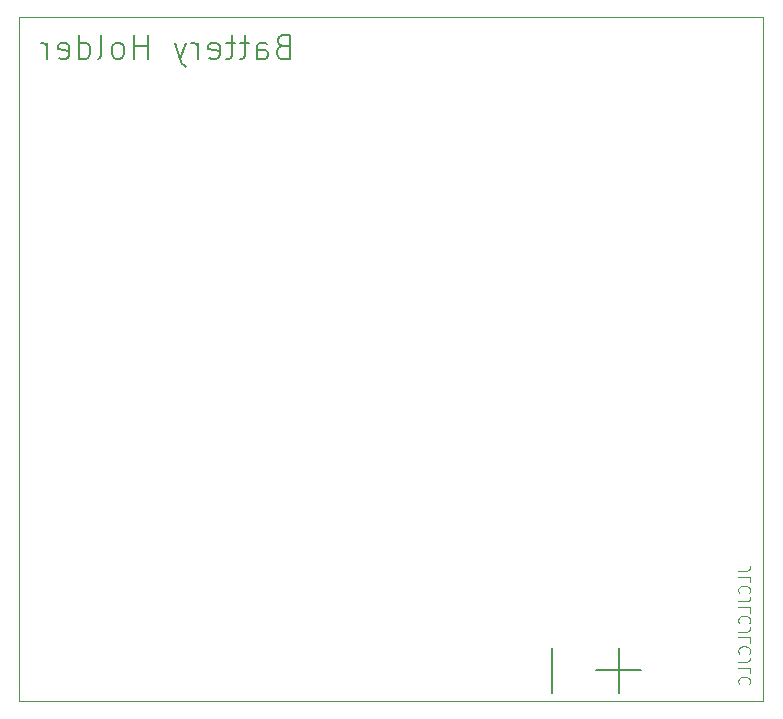
<source format=gbr>
G04 #@! TF.GenerationSoftware,KiCad,Pcbnew,(5.1.4-0-10_14)*
G04 #@! TF.CreationDate,2019-11-18T23:58:44+01:00*
G04 #@! TF.ProjectId,liberation,6c696265-7261-4746-996f-6e2e6b696361,rev?*
G04 #@! TF.SameCoordinates,Original*
G04 #@! TF.FileFunction,Legend,Bot*
G04 #@! TF.FilePolarity,Positive*
%FSLAX46Y46*%
G04 Gerber Fmt 4.6, Leading zero omitted, Abs format (unit mm)*
G04 Created by KiCad (PCBNEW (5.1.4-0-10_14)) date 2019-11-18 23:58:44*
%MOMM*%
%LPD*%
G04 APERTURE LIST*
%ADD10C,0.150000*%
%ADD11C,0.125000*%
%ADD12C,0.120000*%
G04 APERTURE END LIST*
D10*
X117076904Y-93837142D02*
X116791190Y-93932380D01*
X116695952Y-94027619D01*
X116600714Y-94218095D01*
X116600714Y-94503809D01*
X116695952Y-94694285D01*
X116791190Y-94789523D01*
X116981666Y-94884761D01*
X117743571Y-94884761D01*
X117743571Y-92884761D01*
X117076904Y-92884761D01*
X116886428Y-92980000D01*
X116791190Y-93075238D01*
X116695952Y-93265714D01*
X116695952Y-93456190D01*
X116791190Y-93646666D01*
X116886428Y-93741904D01*
X117076904Y-93837142D01*
X117743571Y-93837142D01*
X114886428Y-94884761D02*
X114886428Y-93837142D01*
X114981666Y-93646666D01*
X115172142Y-93551428D01*
X115553095Y-93551428D01*
X115743571Y-93646666D01*
X114886428Y-94789523D02*
X115076904Y-94884761D01*
X115553095Y-94884761D01*
X115743571Y-94789523D01*
X115838809Y-94599047D01*
X115838809Y-94408571D01*
X115743571Y-94218095D01*
X115553095Y-94122857D01*
X115076904Y-94122857D01*
X114886428Y-94027619D01*
X114219761Y-93551428D02*
X113457857Y-93551428D01*
X113934047Y-92884761D02*
X113934047Y-94599047D01*
X113838809Y-94789523D01*
X113648333Y-94884761D01*
X113457857Y-94884761D01*
X113076904Y-93551428D02*
X112315000Y-93551428D01*
X112791190Y-92884761D02*
X112791190Y-94599047D01*
X112695952Y-94789523D01*
X112505476Y-94884761D01*
X112315000Y-94884761D01*
X110886428Y-94789523D02*
X111076904Y-94884761D01*
X111457857Y-94884761D01*
X111648333Y-94789523D01*
X111743571Y-94599047D01*
X111743571Y-93837142D01*
X111648333Y-93646666D01*
X111457857Y-93551428D01*
X111076904Y-93551428D01*
X110886428Y-93646666D01*
X110791190Y-93837142D01*
X110791190Y-94027619D01*
X111743571Y-94218095D01*
X109934047Y-94884761D02*
X109934047Y-93551428D01*
X109934047Y-93932380D02*
X109838809Y-93741904D01*
X109743571Y-93646666D01*
X109553095Y-93551428D01*
X109362619Y-93551428D01*
X108886428Y-93551428D02*
X108410238Y-94884761D01*
X107934047Y-93551428D02*
X108410238Y-94884761D01*
X108600714Y-95360952D01*
X108695952Y-95456190D01*
X108886428Y-95551428D01*
X105648333Y-94884761D02*
X105648333Y-92884761D01*
X105648333Y-93837142D02*
X104505476Y-93837142D01*
X104505476Y-94884761D02*
X104505476Y-92884761D01*
X103267380Y-94884761D02*
X103457857Y-94789523D01*
X103553095Y-94694285D01*
X103648333Y-94503809D01*
X103648333Y-93932380D01*
X103553095Y-93741904D01*
X103457857Y-93646666D01*
X103267380Y-93551428D01*
X102981666Y-93551428D01*
X102791190Y-93646666D01*
X102695952Y-93741904D01*
X102600714Y-93932380D01*
X102600714Y-94503809D01*
X102695952Y-94694285D01*
X102791190Y-94789523D01*
X102981666Y-94884761D01*
X103267380Y-94884761D01*
X101457857Y-94884761D02*
X101648333Y-94789523D01*
X101743571Y-94599047D01*
X101743571Y-92884761D01*
X99838809Y-94884761D02*
X99838809Y-92884761D01*
X99838809Y-94789523D02*
X100029285Y-94884761D01*
X100410238Y-94884761D01*
X100600714Y-94789523D01*
X100695952Y-94694285D01*
X100791190Y-94503809D01*
X100791190Y-93932380D01*
X100695952Y-93741904D01*
X100600714Y-93646666D01*
X100410238Y-93551428D01*
X100029285Y-93551428D01*
X99838809Y-93646666D01*
X98124523Y-94789523D02*
X98315000Y-94884761D01*
X98695952Y-94884761D01*
X98886428Y-94789523D01*
X98981666Y-94599047D01*
X98981666Y-93837142D01*
X98886428Y-93646666D01*
X98695952Y-93551428D01*
X98315000Y-93551428D01*
X98124523Y-93646666D01*
X98029285Y-93837142D01*
X98029285Y-94027619D01*
X98981666Y-94218095D01*
X97172142Y-94884761D02*
X97172142Y-93551428D01*
X97172142Y-93932380D02*
X97076904Y-93741904D01*
X96981666Y-93646666D01*
X96791190Y-93551428D01*
X96600714Y-93551428D01*
D11*
X155662380Y-138255952D02*
X156376666Y-138255952D01*
X156519523Y-138208333D01*
X156614761Y-138113095D01*
X156662380Y-137970238D01*
X156662380Y-137875000D01*
X156662380Y-139208333D02*
X156662380Y-138732142D01*
X155662380Y-138732142D01*
X156567142Y-140113095D02*
X156614761Y-140065476D01*
X156662380Y-139922619D01*
X156662380Y-139827380D01*
X156614761Y-139684523D01*
X156519523Y-139589285D01*
X156424285Y-139541666D01*
X156233809Y-139494047D01*
X156090952Y-139494047D01*
X155900476Y-139541666D01*
X155805238Y-139589285D01*
X155710000Y-139684523D01*
X155662380Y-139827380D01*
X155662380Y-139922619D01*
X155710000Y-140065476D01*
X155757619Y-140113095D01*
X155662380Y-140827380D02*
X156376666Y-140827380D01*
X156519523Y-140779761D01*
X156614761Y-140684523D01*
X156662380Y-140541666D01*
X156662380Y-140446428D01*
X156662380Y-141779761D02*
X156662380Y-141303571D01*
X155662380Y-141303571D01*
X156567142Y-142684523D02*
X156614761Y-142636904D01*
X156662380Y-142494047D01*
X156662380Y-142398809D01*
X156614761Y-142255952D01*
X156519523Y-142160714D01*
X156424285Y-142113095D01*
X156233809Y-142065476D01*
X156090952Y-142065476D01*
X155900476Y-142113095D01*
X155805238Y-142160714D01*
X155710000Y-142255952D01*
X155662380Y-142398809D01*
X155662380Y-142494047D01*
X155710000Y-142636904D01*
X155757619Y-142684523D01*
X155662380Y-143398809D02*
X156376666Y-143398809D01*
X156519523Y-143351190D01*
X156614761Y-143255952D01*
X156662380Y-143113095D01*
X156662380Y-143017857D01*
X156662380Y-144351190D02*
X156662380Y-143875000D01*
X155662380Y-143875000D01*
X156567142Y-145255952D02*
X156614761Y-145208333D01*
X156662380Y-145065476D01*
X156662380Y-144970238D01*
X156614761Y-144827380D01*
X156519523Y-144732142D01*
X156424285Y-144684523D01*
X156233809Y-144636904D01*
X156090952Y-144636904D01*
X155900476Y-144684523D01*
X155805238Y-144732142D01*
X155710000Y-144827380D01*
X155662380Y-144970238D01*
X155662380Y-145065476D01*
X155710000Y-145208333D01*
X155757619Y-145255952D01*
X155662380Y-145970238D02*
X156376666Y-145970238D01*
X156519523Y-145922619D01*
X156614761Y-145827380D01*
X156662380Y-145684523D01*
X156662380Y-145589285D01*
X156662380Y-146922619D02*
X156662380Y-146446428D01*
X155662380Y-146446428D01*
X156567142Y-147827380D02*
X156614761Y-147779761D01*
X156662380Y-147636904D01*
X156662380Y-147541666D01*
X156614761Y-147398809D01*
X156519523Y-147303571D01*
X156424285Y-147255952D01*
X156233809Y-147208333D01*
X156090952Y-147208333D01*
X155900476Y-147255952D01*
X155805238Y-147303571D01*
X155710000Y-147398809D01*
X155662380Y-147541666D01*
X155662380Y-147636904D01*
X155710000Y-147779761D01*
X155757619Y-147827380D01*
D12*
X148590000Y-149285000D02*
X135890000Y-149285000D01*
X148590000Y-91385000D02*
X135890000Y-91385000D01*
X154990000Y-149285000D02*
X148590000Y-149285000D01*
X154990000Y-91385000D02*
X148590000Y-91385000D01*
X154990000Y-91385000D02*
X97590000Y-91385000D01*
X97590000Y-149285000D02*
X135890000Y-149285000D01*
X154990000Y-149285000D02*
X157790000Y-149285000D01*
X157790000Y-149285000D02*
X157790000Y-91385000D01*
X157790000Y-91385000D02*
X154990000Y-91385000D01*
X97590000Y-149285000D02*
X94790000Y-149285000D01*
X94790000Y-149285000D02*
X94790000Y-91385000D01*
X94790000Y-91385000D02*
X97590000Y-91385000D01*
D10*
X145547142Y-144780238D02*
X145547142Y-148589761D01*
X147451904Y-146685000D02*
X143642380Y-146685000D01*
X139847142Y-144780238D02*
X139847142Y-148589761D01*
M02*

</source>
